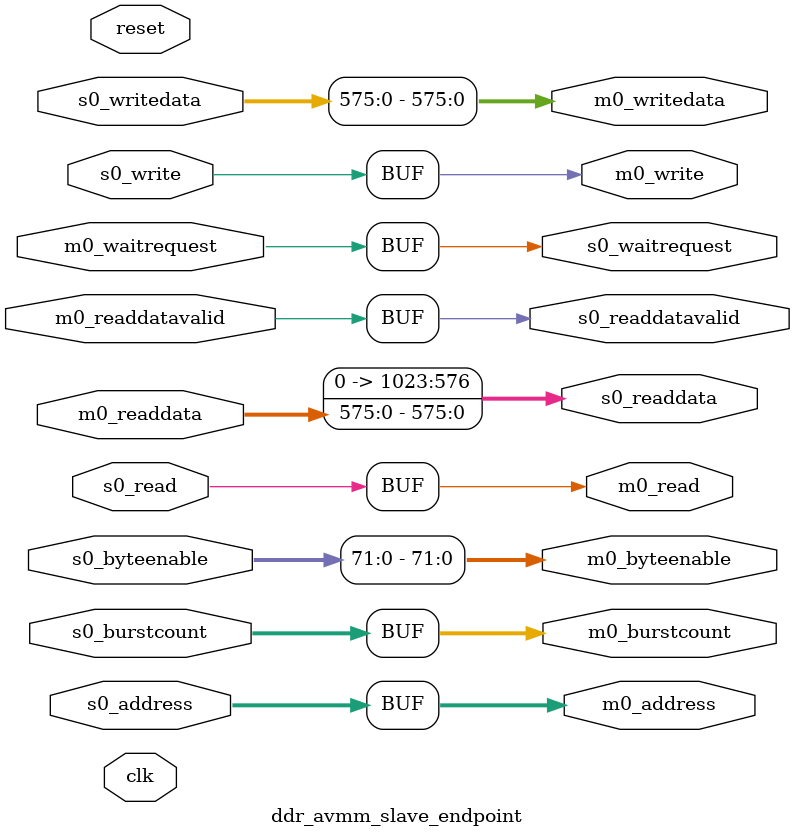
<source format=sv>


module ddr_avmm_slave_endpoint #(
   parameter S_ADDR_WIDTH       = 27,
   parameter S_DATA_WIDTH       = 1024, 
   parameter S_BYTEENABLE_WIDTH = 128,
   parameter S_BURSTCOUNT_WIDTH = 7,

   parameter M_ADDR_WIDTH       = 27,
   parameter M_DATA_WIDTH       = 576, 
   parameter M_BYTEENABLE_WIDTH = 72,
   parameter M_BURSTCOUNT_WIDTH = 7
)(
   input  logic                          clk,
   input  logic                          reset,

   input  logic [S_ADDR_WIDTH-1:0]       s0_address,
   input  logic                          s0_write,
   input  logic                          s0_read,
   input  logic [S_BURSTCOUNT_WIDTH-1:0] s0_burstcount,
   input  logic [S_DATA_WIDTH-1:0]       s0_writedata,
   input  logic [S_BYTEENABLE_WIDTH-1:0] s0_byteenable,
   output logic                          s0_readdatavalid,
   output logic [S_DATA_WIDTH-1:0]       s0_readdata,
   output logic                          s0_waitrequest,

   output logic [M_ADDR_WIDTH-1:0]       m0_address,
   output logic                          m0_write,
   output logic                          m0_read,
   output logic [M_BURSTCOUNT_WIDTH-1:0] m0_burstcount,
   output logic [M_DATA_WIDTH-1:0]       m0_writedata,
   output logic [M_BYTEENABLE_WIDTH-1:0] m0_byteenable,
   input  logic                          m0_readdatavalid,
   input  logic [M_DATA_WIDTH-1:0]       m0_readdata,
   input  logic                          m0_waitrequest
);

   // Interface connections
   assign m0_address        =  s0_address;
   assign m0_write          =  s0_write;
   assign m0_read           =  s0_read;
   assign m0_burstcount     =  s0_burstcount [0+:M_BURSTCOUNT_WIDTH];
   assign m0_writedata      =  s0_writedata  [0+:M_DATA_WIDTH];
   assign m0_byteenable     =  s0_byteenable [0+:M_BYTEENABLE_WIDTH];

   assign s0_readdatavalid  =  m0_readdatavalid;
   assign s0_readdata       =  m0_readdata   [0+:M_DATA_WIDTH];
   assign s0_waitrequest    =  m0_waitrequest;

endmodule


</source>
